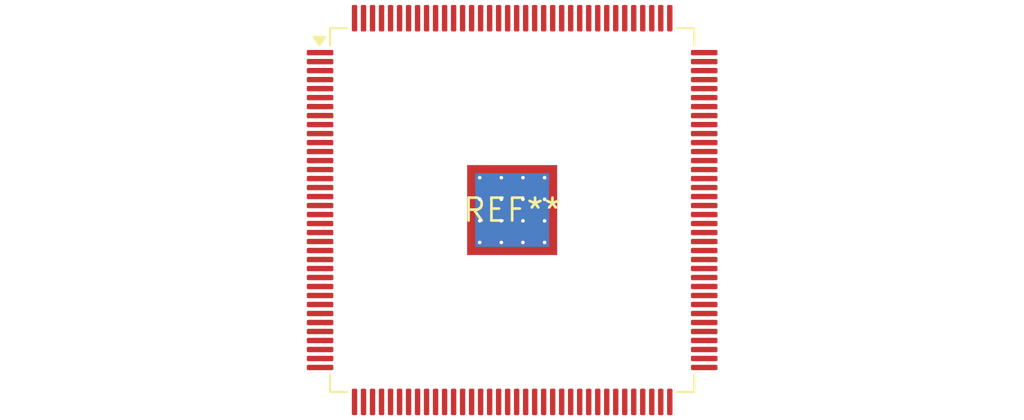
<source format=kicad_pcb>
(kicad_pcb (version 20240108) (generator pcbnew)
  (layers (0 "F.Cu" signal) (31 "B.Cu" signal) (34 "B.Paste" user) (35 "F.Paste" user) (36 "B.SilkS" user "B.Silkscreen") (37 "F.SilkS" user "F.Silkscreen") (38 "B.Mask" user) (39 "F.Mask" user) (44 "Edge.Cuts" user))
  (net 0 "")
  (footprint "EQFP-144-1EP_20x20mm_P0.5mm_EP5x5mm_ThermalVias" (layer "F.Cu") (at 0 0)
    (property "Reference" "REF**")
    (property "Value" "EQFP-144-1EP_20x20mm_P0.5mm_EP5x5mm_ThermalVias")
    (fp_line (start -10.11 -10.11) (end -10.11 -9.16) (layer "F.SilkS") (stroke (width 0.12)))
    (fp_line (start -10.11 10.11) (end -10.11 9.16) (layer "F.SilkS") (stroke (width 0.12)))
    (fp_line (start -9.16 -10.11) (end -10.11 -10.11) (layer "F.SilkS") (stroke (width 0.12)))
    (fp_line (start -9.16 10.11) (end -10.11 10.11) (layer "F.SilkS") (stroke (width 0.12)))
    (fp_line (start 9.16 -10.11) (end 10.11 -10.11) (layer "F.SilkS") (stroke (width 0.12)))
    (fp_line (start 9.16 10.11) (end 10.11 10.11) (layer "F.SilkS") (stroke (width 0.12)))
    (fp_line (start 10.11 -10.11) (end 10.11 -9.16) (layer "F.SilkS") (stroke (width 0.12)))
    (fp_line (start 10.11 10.11) (end 10.11 9.16) (layer "F.SilkS") (stroke (width 0.12)))
    (fp_poly (pts (xy -10.7 -9.16) (xy -11.04 -9.63) (xy -10.36 -9.63) (xy -10.7 -9.16)) (layer "F.SilkS") (stroke (width 0.12)) (fill solid))
    (pad "1" smd roundrect (at -10.6625 -8.75) (size 1.475 0.3) (layers "F.Cu" "F.Paste" "F.Mask"))
    (pad "2" smd roundrect (at -10.6625 -8.25) (size 1.475 0.3) (layers "F.Cu" "F.Paste" "F.Mask"))
    (pad "3" smd roundrect (at -10.6625 -7.75) (size 1.475 0.3) (layers "F.Cu" "F.Paste" "F.Mask"))
    (pad "4" smd roundrect (at -10.6625 -7.25) (size 1.475 0.3) (layers "F.Cu" "F.Paste" "F.Mask"))
    (pad "5" smd roundrect (at -10.6625 -6.75) (size 1.475 0.3) (layers "F.Cu" "F.Paste" "F.Mask"))
    (pad "6" smd roundrect (at -10.6625 -6.25) (size 1.475 0.3) (layers "F.Cu" "F.Paste" "F.Mask"))
    (pad "7" smd roundrect (at -10.6625 -5.75) (size 1.475 0.3) (layers "F.Cu" "F.Paste" "F.Mask"))
    (pad "8" smd roundrect (at -10.6625 -5.25) (size 1.475 0.3) (layers "F.Cu" "F.Paste" "F.Mask"))
    (pad "9" smd roundrect (at -10.6625 -4.75) (size 1.475 0.3) (layers "F.Cu" "F.Paste" "F.Mask"))
    (pad "10" smd roundrect (at -10.6625 -4.25) (size 1.475 0.3) (layers "F.Cu" "F.Paste" "F.Mask"))
    (pad "11" smd roundrect (at -10.6625 -3.75) (size 1.475 0.3) (layers "F.Cu" "F.Paste" "F.Mask"))
    (pad "12" smd roundrect (at -10.6625 -3.25) (size 1.475 0.3) (layers "F.Cu" "F.Paste" "F.Mask"))
    (pad "13" smd roundrect (at -10.6625 -2.75) (size 1.475 0.3) (layers "F.Cu" "F.Paste" "F.Mask"))
    (pad "14" smd roundrect (at -10.6625 -2.25) (size 1.475 0.3) (layers "F.Cu" "F.Paste" "F.Mask"))
    (pad "15" smd roundrect (at -10.6625 -1.75) (size 1.475 0.3) (layers "F.Cu" "F.Paste" "F.Mask"))
    (pad "16" smd roundrect (at -10.6625 -1.25) (size 1.475 0.3) (layers "F.Cu" "F.Paste" "F.Mask"))
    (pad "17" smd roundrect (at -10.6625 -0.75) (size 1.475 0.3) (layers "F.Cu" "F.Paste" "F.Mask"))
    (pad "18" smd roundrect (at -10.6625 -0.25) (size 1.475 0.3) (layers "F.Cu" "F.Paste" "F.Mask"))
    (pad "19" smd roundrect (at -10.6625 0.25) (size 1.475 0.3) (layers "F.Cu" "F.Paste" "F.Mask"))
    (pad "20" smd roundrect (at -10.6625 0.75) (size 1.475 0.3) (layers "F.Cu" "F.Paste" "F.Mask"))
    (pad "21" smd roundrect (at -10.6625 1.25) (size 1.475 0.3) (layers "F.Cu" "F.Paste" "F.Mask"))
    (pad "22" smd roundrect (at -10.6625 1.75) (size 1.475 0.3) (layers "F.Cu" "F.Paste" "F.Mask"))
    (pad "23" smd roundrect (at -10.6625 2.25) (size 1.475 0.3) (layers "F.Cu" "F.Paste" "F.Mask"))
    (pad "24" smd roundrect (at -10.6625 2.75) (size 1.475 0.3) (layers "F.Cu" "F.Paste" "F.Mask"))
    (pad "25" smd roundrect (at -10.6625 3.25) (size 1.475 0.3) (layers "F.Cu" "F.Paste" "F.Mask"))
    (pad "26" smd roundrect (at -10.6625 3.75) (size 1.475 0.3) (layers "F.Cu" "F.Paste" "F.Mask"))
    (pad "27" smd roundrect (at -10.6625 4.25) (size 1.475 0.3) (layers "F.Cu" "F.Paste" "F.Mask"))
    (pad "28" smd roundrect (at -10.6625 4.75) (size 1.475 0.3) (layers "F.Cu" "F.Paste" "F.Mask"))
    (pad "29" smd roundrect (at -10.6625 5.25) (size 1.475 0.3) (layers "F.Cu" "F.Paste" "F.Mask"))
    (pad "30" smd roundrect (at -10.6625 5.75) (size 1.475 0.3) (layers "F.Cu" "F.Paste" "F.Mask"))
    (pad "31" smd roundrect (at -10.6625 6.25) (size 1.475 0.3) (layers "F.Cu" "F.Paste" "F.Mask"))
    (pad "32" smd roundrect (at -10.6625 6.75) (size 1.475 0.3) (layers "F.Cu" "F.Paste" "F.Mask"))
    (pad "33" smd roundrect (at -10.6625 7.25) (size 1.475 0.3) (layers "F.Cu" "F.Paste" "F.Mask"))
    (pad "34" smd roundrect (at -10.6625 7.75) (size 1.475 0.3) (layers "F.Cu" "F.Paste" "F.Mask"))
    (pad "35" smd roundrect (at -10.6625 8.25) (size 1.475 0.3) (layers "F.Cu" "F.Paste" "F.Mask"))
    (pad "36" smd roundrect (at -10.6625 8.75) (size 1.475 0.3) (layers "F.Cu" "F.Paste" "F.Mask"))
    (pad "37" smd roundrect (at -8.75 10.6625) (size 0.3 1.475) (layers "F.Cu" "F.Paste" "F.Mask"))
    (pad "38" smd roundrect (at -8.25 10.6625) (size 0.3 1.475) (layers "F.Cu" "F.Paste" "F.Mask"))
    (pad "39" smd roundrect (at -7.75 10.6625) (size 0.3 1.475) (layers "F.Cu" "F.Paste" "F.Mask"))
    (pad "40" smd roundrect (at -7.25 10.6625) (size 0.3 1.475) (layers "F.Cu" "F.Paste" "F.Mask"))
    (pad "41" smd roundrect (at -6.75 10.6625) (size 0.3 1.475) (layers "F.Cu" "F.Paste" "F.Mask"))
    (pad "42" smd roundrect (at -6.25 10.6625) (size 0.3 1.475) (layers "F.Cu" "F.Paste" "F.Mask"))
    (pad "43" smd roundrect (at -5.75 10.6625) (size 0.3 1.475) (layers "F.Cu" "F.Paste" "F.Mask"))
    (pad "44" smd roundrect (at -5.25 10.6625) (size 0.3 1.475) (layers "F.Cu" "F.Paste" "F.Mask"))
    (pad "45" smd roundrect (at -4.75 10.6625) (size 0.3 1.475) (layers "F.Cu" "F.Paste" "F.Mask"))
    (pad "46" smd roundrect (at -4.25 10.6625) (size 0.3 1.475) (layers "F.Cu" "F.Paste" "F.Mask"))
    (pad "47" smd roundrect (at -3.75 10.6625) (size 0.3 1.475) (layers "F.Cu" "F.Paste" "F.Mask"))
    (pad "48" smd roundrect (at -3.25 10.6625) (size 0.3 1.475) (layers "F.Cu" "F.Paste" "F.Mask"))
    (pad "49" smd roundrect (at -2.75 10.6625) (size 0.3 1.475) (layers "F.Cu" "F.Paste" "F.Mask"))
    (pad "50" smd roundrect (at -2.25 10.6625) (size 0.3 1.475) (layers "F.Cu" "F.Paste" "F.Mask"))
    (pad "51" smd roundrect (at -1.75 10.6625) (size 0.3 1.475) (layers "F.Cu" "F.Paste" "F.Mask"))
    (pad "52" smd roundrect (at -1.25 10.6625) (size 0.3 1.475) (layers "F.Cu" "F.Paste" "F.Mask"))
    (pad "53" smd roundrect (at -0.75 10.6625) (size 0.3 1.475) (layers "F.Cu" "F.Paste" "F.Mask"))
    (pad "54" smd roundrect (at -0.25 10.6625) (size 0.3 1.475) (layers "F.Cu" "F.Paste" "F.Mask"))
    (pad "55" smd roundrect (at 0.25 10.6625) (size 0.3 1.475) (layers "F.Cu" "F.Paste" "F.Mask"))
    (pad "56" smd roundrect (at 0.75 10.6625) (size 0.3 1.475) (layers "F.Cu" "F.Paste" "F.Mask"))
    (pad "57" smd roundrect (at 1.25 10.6625) (size 0.3 1.475) (layers "F.Cu" "F.Paste" "F.Mask"))
    (pad "58" smd roundrect (at 1.75 10.6625) (size 0.3 1.475) (layers "F.Cu" "F.Paste" "F.Mask"))
    (pad "59" smd roundrect (at 2.25 10.6625) (size 0.3 1.475) (layers "F.Cu" "F.Paste" "F.Mask"))
    (pad "60" smd roundrect (at 2.75 10.6625) (size 0.3 1.475) (layers "F.Cu" "F.Paste" "F.Mask"))
    (pad "61" smd roundrect (at 3.25 10.6625) (size 0.3 1.475) (layers "F.Cu" "F.Paste" "F.Mask"))
    (pad "62" smd roundrect (at 3.75 10.6625) (size 0.3 1.475) (layers "F.Cu" "F.Paste" "F.Mask"))
    (pad "63" smd roundrect (at 4.25 10.6625) (size 0.3 1.475) (layers "F.Cu" "F.Paste" "F.Mask"))
    (pad "64" smd roundrect (at 4.75 10.6625) (size 0.3 1.475) (layers "F.Cu" "F.Paste" "F.Mask"))
    (pad "65" smd roundrect (at 5.25 10.6625) (size 0.3 1.475) (layers "F.Cu" "F.Paste" "F.Mask"))
    (pad "66" smd roundrect (at 5.75 10.6625) (size 0.3 1.475) (layers "F.Cu" "F.Paste" "F.Mask"))
    (pad "67" smd roundrect (at 6.25 10.6625) (size 0.3 1.475) (layers "F.Cu" "F.Paste" "F.Mask"))
    (pad "68" smd roundrect (at 6.75 10.6625) (size 0.3 1.475) (layers "F.Cu" "F.Paste" "F.Mask"))
    (pad "69" smd roundrect (at 7.25 10.6625) (size 0.3 1.475) (layers "F.Cu" "F.Paste" "F.Mask"))
    (pad "70" smd roundrect (at 7.75 10.6625) (size 0.3 1.475) (layers "F.Cu" "F.Paste" "F.Mask"))
    (pad "71" smd roundrect (at 8.25 10.6625) (size 0.3 1.475) (layers "F.Cu" "F.Paste" "F.Mask"))
    (pad "72" smd roundrect (at 8.75 10.6625) (size 0.3 1.475) (layers "F.Cu" "F.Paste" "F.Mask"))
    (pad "73" smd roundrect (at 10.6625 8.75) (size 1.475 0.3) (layers "F.Cu" "F.Paste" "F.Mask"))
    (pad "74" smd roundrect (at 10.6625 8.25) (size 1.475 0.3) (layers "F.Cu" "F.Paste" "F.Mask"))
    (pad "75" smd roundrect (at 10.6625 7.75) (size 1.475 0.3) (layers "F.Cu" "F.Paste" "F.Mask"))
    (pad "76" smd roundrect (at 10.6625 7.25) (size 1.475 0.3) (layers "F.Cu" "F.Paste" "F.Mask"))
    (pad "77" smd roundrect (at 10.6625 6.75) (size 1.475 0.3) (layers "F.Cu" "F.Paste" "F.Mask"))
    (pad "78" smd roundrect (at 10.6625 6.25) (size 1.475 0.3) (layers "F.Cu" "F.Paste" "F.Mask"))
    (pad "79" smd roundrect (at 10.6625 5.75) (size 1.475 0.3) (layers "F.Cu" "F.Paste" "F.Mask"))
    (pad "80" smd roundrect (at 10.6625 5.25) (size 1.475 0.3) (layers "F.Cu" "F.Paste" "F.Mask"))
    (pad "81" smd roundrect (at 10.6625 4.75) (size 1.475 0.3) (layers "F.Cu" "F.Paste" "F.Mask"))
    (pad "82" smd roundrect (at 10.6625 4.25) (size 1.475 0.3) (layers "F.Cu" "F.Paste" "F.Mask"))
    (pad "83" smd roundrect (at 10.6625 3.75) (size 1.475 0.3) (layers "F.Cu" "F.Paste" "F.Mask"))
    (pad "84" smd roundrect (at 10.6625 3.25) (size 1.475 0.3) (layers "F.Cu" "F.Paste" "F.Mask"))
    (pad "85" smd roundrect (at 10.6625 2.75) (size 1.475 0.3) (layers "F.Cu" "F.Paste" "F.Mask"))
    (pad "86" smd roundrect (at 10.6625 2.25) (size 1.475 0.3) (layers "F.Cu" "F.Paste" "F.Mask"))
    (pad "87" smd roundrect (at 10.6625 1.75) (size 1.475 0.3) (layers "F.Cu" "F.Paste" "F.Mask"))
    (pad "88" smd roundrect (at 10.6625 1.25) (size 1.475 0.3) (layers "F.Cu" "F.Paste" "F.Mask"))
    (pad "89" smd roundrect (at 10.6625 0.75) (size 1.475 0.3) (layers "F.Cu" "F.Paste" "F.Mask"))
    (pad "90" smd roundrect (at 10.6625 0.25) (size 1.475 0.3) (layers "F.Cu" "F.Paste" "F.Mask"))
    (pad "91" smd roundrect (at 10.6625 -0.25) (size 1.475 0.3) (layers "F.Cu" "F.Paste" "F.Mask"))
    (pad "92" smd roundrect (at 10.6625 -0.75) (size 1.475 0.3) (layers "F.Cu" "F.Paste" "F.Mask"))
    (pad "93" smd roundrect (at 10.6625 -1.25) (size 1.475 0.3) (layers "F.Cu" "F.Paste" "F.Mask"))
    (pad "94" smd roundrect (at 10.6625 -1.75) (size 1.475 0.3) (layers "F.Cu" "F.Paste" "F.Mask"))
    (pad "95" smd roundrect (at 10.6625 -2.25) (size 1.475 0.3) (layers "F.Cu" "F.Paste" "F.Mask"))
    (pad "96" smd roundrect (at 10.6625 -2.75) (size 1.475 0.3) (layers "F.Cu" "F.Paste" "F.Mask"))
    (pad "97" smd roundrect (at 10.6625 -3.25) (size 1.475 0.3) (layers "F.Cu" "F.Paste" "F.Mask"))
    (pad "98" smd roundrect (at 10.6625 -3.75) (size 1.475 0.3) (layers "F.Cu" "F.Paste" "F.Mask"))
    (pad "99" smd roundrect (at 10.6625 -4.25) (size 1.475 0.3) (layers "F.Cu" "F.Paste" "F.Mask"))
    (pad "100" smd roundrect (at 10.6625 -4.75) (size 1.475 0.3) (layers "F.Cu" "F.Paste" "F.Mask"))
    (pad "101" smd roundrect (at 10.6625 -5.25) (size 1.475 0.3) (layers "F.Cu" "F.Paste" "F.Mask"))
    (pad "102" smd roundrect (at 10.6625 -5.75) (size 1.475 0.3) (layers "F.Cu" "F.Paste" "F.Mask"))
    (pad "103" smd roundrect (at 10.6625 -6.25) (size 1.475 0.3) (layers "F.Cu" "F.Paste" "F.Mask"))
    (pad "104" smd roundrect (at 10.6625 -6.75) (size 1.475 0.3) (layers "F.Cu" "F.Paste" "F.Mask"))
    (pad "105" smd roundrect (at 10.6625 -7.25) (size 1.475 0.3) (layers "F.Cu" "F.Paste" "F.Mask"))
    (pad "106" smd roundrect (at 10.6625 -7.75) (size 1.475 0.3) (layers "F.Cu" "F.Paste" "F.Mask"))
    (pad "107" smd roundrect (at 10.6625 -8.25) (size 1.475 0.3) (layers "F.Cu" "F.Paste" "F.Mask"))
    (pad "108" smd roundrect (at 10.6625 -8.75) (size 1.475 0.3) (layers "F.Cu" "F.Paste" "F.Mask"))
    (pad "109" smd roundrect (at 8.75 -10.6625) (size 0.3 1.475) (layers "F.Cu" "F.Paste" "F.Mask"))
    (pad "110" smd roundrect (at 8.25 -10.6625) (size 0.3 1.475) (layers "F.Cu" "F.Paste" "F.Mask"))
    (pad "111" smd roundrect (at 7.75 -10.6625) (size 0.3 1.475) (layers "F.Cu" "F.Paste" "F.Mask"))
    (pad "112" smd roundrect (at 7.25 -10.6625) (size 0.3 1.475) (layers "F.Cu" "F.Paste" "F.Mask"))
    (pad "113" smd roundrect (at 6.75 -10.6625) (size 0.3 1.475) (layers "F.Cu" "F.Paste" "F.Mask"))
    (pad "114" smd roundrect (at 6.25 -10.6625) (size 0.3 1.475) (layers "F.Cu" "F.Paste" "F.Mask"))
    (pad "115" smd roundrect (at 5.75 -10.6625) (size 0.3 1.475) (layers "F.Cu" "F.Paste" "F.Mask"))
    (pad "116" smd roundrect (at 5.25 -10.6625) (size 0.3 1.475) (layers "F.Cu" "F.Paste" "F.Mask"))
    (pad "117" smd roundrect (at 4.75 -10.6625) (size 0.3 1.475) (layers "F.Cu" "F.Paste" "F.Mask"))
    (pad "118" smd roundrect (at 4.25 -10.6625) (size 0.3 1.475) (layers "F.Cu" "F.Paste" "F.Mask"))
    (pad "119" smd roundrect (at 3.75 -10.6625) (size 0.3 1.475) (layers "F.Cu" "F.Paste" "F.Mask"))
    (pad "120" smd roundrect (at 3.25 -10.6625) (size 0.3 1.475) (layers "F.Cu" "F.Paste" "F.Mask"))
    (pad "121" smd roundrect (at 2.75 -10.6625) (size 0.3 1.475) (layers "F.Cu" "F.Paste" "F.Mask"))
    (pad "122" smd roundrect (at 2.25 -10.6625) (size 0.3 1.475) (layers "F.Cu" "F.Paste" "F.Mask"))
    (pad "123" smd roundrect (at 1.75 -10.6625) (size 0.3 1.475) (layers "F.Cu" "F.Paste" "F.Mask"))
    (pad "124" smd roundrect (at 1.25 -10.6625) (size 0.3 1.475) (layers "F.Cu" "F.Paste" "F.Mask"))
    (pad "125" smd roundrect (at 0.75 -10.6625) (size 0.3 1.475) (layers "F.Cu" "F.Paste" "F.Mask"))
    (pad "126" smd roundrect (at 0.25 -10.6625) (size 0.3 1.475) (layers "F.Cu" "F.Paste" "F.Mask"))
    (pad "127" smd roundrect (at -0.25 -10.6625) (size 0.3 1.475) (layers "F.Cu" "F.Paste" "F.Mask"))
    (pad "128" smd roundrect (at -0.75 -10.6625) (size 0.3 1.475) (layers "F.Cu" "F.Paste" "F.Mask"))
    (pad "129" smd roundrect (at -1.25 -10.6625) (size 0.3 1.475) (layers "F.Cu" "F.Paste" "F.Mask"))
    (pad "130" smd roundrect (at -1.75 -10.6625) (size 0.3 1.475) (layers "F.Cu" "F.Paste" "F.Mask"))
    (pad "131" smd roundrect (at -2.25 -10.6625) (size 0.3 1.475) (layers "F.Cu" "F.Paste" "F.Mask"))
    (pad "132" smd roundrect (at -2.75 -10.6625) (size 0.3 1.475) (layers "F.Cu" "F.Paste" "F.Mask"))
    (pad "133" smd roundrect (at -3.25 -10.6625) (size 0.3 1.475) (layers "F.Cu" "F.Paste" "F.Mask"))
    (pad "134" smd roundrect (at -3.75 -10.6625) (size 0.3 1.475) (layers "F.Cu" "F.Paste" "F.Mask"))
    (pad "135" smd roundrect (at -4.25 -10.6625) (size 0.3 1.475) (layers "F.Cu" "F.Paste" "F.Mask"))
    (pad "136" smd roundrect (at -4.75 -10.6625) (size 0.3 1.475) (layers "F.Cu" "F.Paste" "F.Mask"))
    (pad "137" smd roundrect (at -5.25 -10.6625) (size 0.3 1.475) (layers "F.Cu" "F.Paste" "F.Mask"))
    (pad "138" smd roundrect (at -5.75 -10.6625) (size 0.3 1.475) (layers "F.Cu" "F.Paste" "F.Mask"))
    (pad "139" smd roundrect (at -6.25 -10.6625) (size 0.3 1.475) (layers "F.Cu" "F.Paste" "F.Mask"))
    (pad "140" smd roundrect (at -6.75 -10.6625) (size 0.3 1.475) (layers "F.Cu" "F.Paste" "F.Mask"))
    (pad "141" smd roundrect (at -7.25 -10.6625) (size 0.3 1.475) (layers "F.Cu" "F.Paste" "F.Mask"))
    (pad "142" smd roundrect (at -7.75 -10.6625) (size 0.3 1.475) (layers "F.Cu" "F.Paste" "F.Mask"))
    (pad "143" smd roundrect (at -8.25 -10.6625) (size 0.3 1.475) (layers "F.Cu" "F.Paste" "F.Mask"))
    (pad "144" smd roundrect (at -8.75 -10.6625) (size 0.3 1.475) (layers "F.Cu" "F.Paste" "F.Mask"))
    (pad "145" thru_hole circle (at -1.8 -1.8) (size 0.5 0.5) (drill 0.2) (property pad_prop_heatsink) (layers *.Cu) (remove_unused_layers))
    (pad "145" thru_hole circle (at -1.8 -0.6) (size 0.5 0.5) (drill 0.2) (property pad_prop_heatsink) (layers *.Cu) (remove_unused_layers))
    (pad "145" thru_hole circle (at -1.8 0.6) (size 0.5 0.5) (drill 0.2) (property pad_prop_heatsink) (layers *.Cu) (remove_unused_layers))
    (pad "145" thru_hole circle (at -1.8 1.8) (size 0.5 0.5) (drill 0.2) (property pad_prop_heatsink) (layers *.Cu) (remove_unused_layers))
    (pad "145" thru_hole circle (at -0.6 -1.8) (size 0.5 0.5) (drill 0.2) (property pad_prop_heatsink) (layers *.Cu) (remove_unused_layers))
    (pad "145" thru_hole circle (at -0.6 -0.6) (size 0.5 0.5) (drill 0.2) (property pad_prop_heatsink) (layers *.Cu) (remove_unused_layers))
    (pad "145" thru_hole circle (at -0.6 0.6) (size 0.5 0.5) (drill 0.2) (property pad_prop_heatsink) (layers *.Cu) (remove_unused_layers))
    (pad "145" thru_hole circle (at -0.6 1.8) (size 0.5 0.5) (drill 0.2) (property pad_prop_heatsink) (layers *.Cu) (remove_unused_layers))
    (pad "145" smd rect (at 0 0) (size 4.1 4.1) (property pad_prop_heatsink) (layers "B.Cu"))
    (pad "145" smd rect (at 0 0) (size 5 5) (property pad_prop_heatsink) (layers "F.Cu" "F.Mask"))
    (pad "145" thru_hole circle (at 0.6 -1.8) (size 0.5 0.5) (drill 0.2) (property pad_prop_heatsink) (layers *.Cu) (remove_unused_layers))
    (pad "145" thru_hole circle (at 0.6 -0.6) (size 0.5 0.5) (drill 0.2) (property pad_prop_heatsink) (layers *.Cu) (remove_unused_layers))
    (pad "145" thru_hole circle (at 0.6 0.6) (size 0.5 0.5) (drill 0.2) (property pad_prop_heatsink) (layers *.Cu) (remove_unused_layers))
    (pad "145" thru_hole circle (at 0.6 1.8) (size 0.5 0.5) (drill 0.2) (property pad_prop_heatsink) (layers *.Cu) (remove_unused_layers))
    (pad "145" thru_hole circle (at 1.8 -1.8) (size 0.5 0.5) (drill 0.2) (property pad_prop_heatsink) (layers *.Cu) (remove_unused_layers))
    (pad "145" thru_hole circle (at 1.8 -0.6) (size 0.5 0.5) (drill 0.2) (property pad_prop_heatsink) (layers *.Cu) (remove_unused_layers))
    (pad "145" thru_hole circle (at 1.8 0.6) (size 0.5 0.5) (drill 0.2) (property pad_prop_heatsink) (layers *.Cu) (remove_unused_layers))
    (pad "145" thru_hole circle (at 1.8 1.8) (size 0.5 0.5) (drill 0.2) (property pad_prop_heatsink) (layers *.Cu) (remove_unused_layers))
  )
)
</source>
